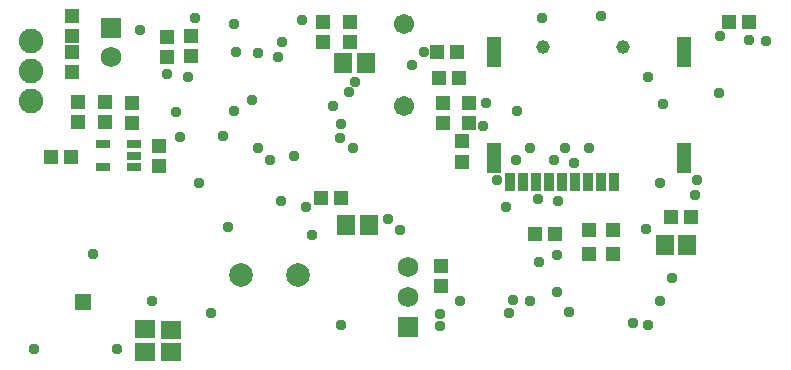
<source format=gbs>
G04 EAGLE Gerber RS-274X export*
G04 #@! %TF.Part,Single*
G04 #@! %TF.FileFunction,Soldermask,Bot,1*
G04 #@! %TF.FilePolarity,Positive*
G04 #@! %TF.GenerationSoftware,Autodesk,EAGLE,9.5.2*
G04 #@! %TF.CreationDate,2020-03-16T13:55:46Z*
G75*
%MOMM*%
%FSLAX34Y34*%
%LPD*%
%INSoldermask Bottom*%
%IPPOS*%
%AMOC8*
5,1,8,0,0,1.08239X$1,22.5*%
G01*
%ADD10R,1.203200X1.303200*%
%ADD11R,1.503200X1.703200*%
%ADD12R,1.703200X1.503200*%
%ADD13R,1.303200X1.203200*%
%ADD14R,1.727200X1.727200*%
%ADD15C,1.727200*%
%ADD16R,1.473200X1.473200*%
%ADD17C,0.553200*%
%ADD18R,1.253200X0.803200*%
%ADD19R,0.823200X1.603200*%
%ADD20C,1.153200*%
%ADD21R,1.303200X2.603200*%
%ADD22C,2.082800*%
%ADD23C,2.003200*%
%ADD24C,1.703200*%
%ADD25C,0.959600*%
%ADD26R,1.259600X1.259600*%


D10*
X376500Y228200D03*
X376500Y211200D03*
X398500Y227700D03*
X398500Y210700D03*
X163300Y267700D03*
X163300Y284700D03*
X142300Y266700D03*
X142300Y283700D03*
D11*
X291700Y262000D03*
X310700Y262000D03*
D12*
X146000Y35800D03*
X146000Y16800D03*
D10*
X297700Y279800D03*
X297700Y296800D03*
X274700Y279300D03*
X274700Y296300D03*
D11*
X294600Y124800D03*
X313600Y124800D03*
D13*
X272700Y147700D03*
X289700Y147700D03*
D10*
X113300Y211200D03*
X113300Y228200D03*
X90300Y211700D03*
X90300Y228700D03*
D12*
X124000Y36300D03*
X124000Y17300D03*
D13*
X586000Y131300D03*
X569000Y131300D03*
X618800Y296700D03*
X635800Y296700D03*
D10*
X135500Y174300D03*
X135500Y191300D03*
D13*
X61300Y182500D03*
X44300Y182500D03*
D10*
X67300Y211600D03*
X67300Y228600D03*
D11*
X583300Y108000D03*
X564300Y108000D03*
D14*
X346400Y38600D03*
D15*
X346400Y63600D03*
X346400Y88600D03*
D14*
X95400Y291700D03*
D15*
X95400Y266700D03*
D16*
X71600Y59700D03*
D17*
X71600Y59700D03*
D18*
X115100Y192800D03*
X115100Y183300D03*
X115100Y173800D03*
X88100Y192800D03*
X88100Y173800D03*
D19*
X520900Y161300D03*
X509900Y161300D03*
X498900Y161300D03*
X487900Y161300D03*
X476900Y161300D03*
X465900Y161300D03*
X454900Y161300D03*
X443900Y161300D03*
X432900Y161300D03*
D20*
X461100Y275500D03*
X529100Y275500D03*
D21*
X419100Y271300D03*
X419100Y181300D03*
X580600Y181300D03*
X580600Y271300D03*
D10*
X471400Y117300D03*
X454400Y117300D03*
D13*
X374600Y89600D03*
X374600Y72600D03*
X62600Y284800D03*
X62600Y301800D03*
X62600Y254000D03*
X62600Y271000D03*
X392500Y195300D03*
X392500Y178300D03*
D10*
X372600Y248700D03*
X389600Y248700D03*
X371400Y270700D03*
X388400Y270700D03*
D22*
X27600Y280000D03*
X27600Y254600D03*
X27600Y229200D03*
D23*
X253530Y82000D03*
X205270Y82000D03*
D24*
X343000Y295000D03*
X343000Y225000D03*
D25*
X650000Y280000D03*
X100000Y20000D03*
X80000Y100000D03*
X30000Y20000D03*
X290000Y40000D03*
X570000Y80000D03*
X340000Y120000D03*
X330000Y130000D03*
X456500Y146500D03*
X472694Y99000D03*
X635000Y281000D03*
X509735Y301905D03*
X460000Y300000D03*
X170000Y160000D03*
X180000Y50000D03*
X194000Y123000D03*
X166000Y300000D03*
X199000Y295000D03*
X257000Y298000D03*
X283000Y225000D03*
X239000Y144694D03*
X610000Y236594D03*
X591000Y163000D03*
X560000Y160000D03*
X548306Y121000D03*
X422000Y163000D03*
X160000Y250000D03*
D26*
X520000Y100000D03*
X500000Y120000D03*
D25*
X120000Y290000D03*
D26*
X520000Y120000D03*
X500000Y100000D03*
D25*
X500000Y190000D03*
X150000Y220000D03*
X154000Y199000D03*
X260000Y140000D03*
X230000Y179853D03*
X130000Y60000D03*
X142300Y252300D03*
X201011Y270700D03*
X220000Y270000D03*
X240000Y279300D03*
X413000Y228000D03*
X550000Y250000D03*
X590000Y150000D03*
X360000Y271000D03*
X215000Y230000D03*
X297000Y237000D03*
X350000Y260000D03*
X302000Y246000D03*
X237000Y267000D03*
X199000Y221000D03*
X457677Y93677D03*
X290000Y210000D03*
X473000Y67694D03*
X289000Y198000D03*
X560000Y60000D03*
X300000Y190000D03*
X483000Y51000D03*
X450000Y60000D03*
X190000Y200000D03*
X436000Y61000D03*
X220000Y190000D03*
X432000Y50000D03*
X250000Y183000D03*
X450000Y190000D03*
X410000Y208000D03*
X470000Y180000D03*
X487476Y177476D03*
X474000Y144994D03*
X429806Y140000D03*
X438000Y180000D03*
X439000Y220899D03*
X391000Y60000D03*
X563000Y227000D03*
X610517Y284517D03*
X480000Y190000D03*
X550000Y40000D03*
X374000Y39000D03*
X537000Y42000D03*
X374000Y49000D03*
X265000Y116000D03*
M02*

</source>
